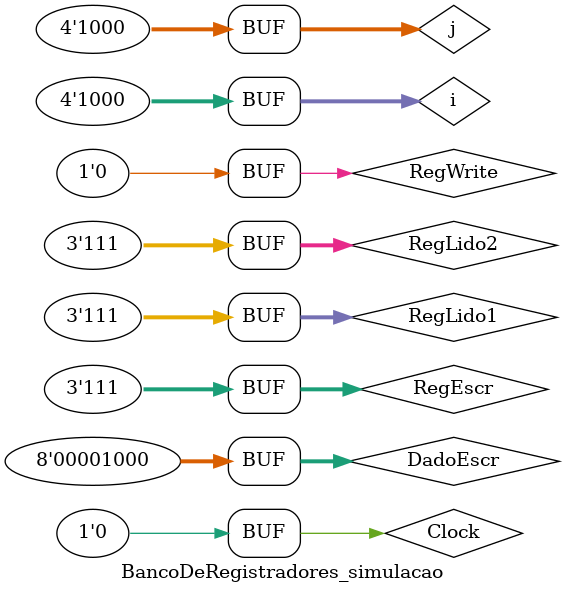
<source format=v>
module BancoDeRegistradores (RegLido1, RegLido2, RegEscr, DadoEscr, Dado1, Dado2, RegWrite, Clock);

  input [2:0] RegLido1, RegLido2, RegEscr;
  input [7:0] DadoEscr;
  input RegWrite, Clock;
  output reg [7:0] Dado1, Dado2;
  
  reg [7:0] BR [7:0];
  
  always @(posedge Clock) begin
    if(RegWrite) 
      BR[RegEscr] <= DadoEscr;
  end
  
  always @(negedge Clock) begin
    Dado1 <= BR[RegLido1];
    Dado2 <= BR[RegLido2];
  end

endmodule


module BancoDeRegistradores_simulacao;

  reg [2:0] RegLido1, RegLido2, RegEscr;
  reg [3:0] i, j;
  reg [7:0] DadoEscr;
  reg RegWrite, Clock;
  wire [7:0] Dado1, Dado2;

  initial begin
    Clock <= 0;
  end

  initial begin
    $monitor("Time=%0d RegLido1=%b RegLido2=%b RegEscr=%b DadoEscr=%b Dado1=%b Dado2=%b RegWrite=%b Clock=%b",
    $time, RegLido1, RegLido2, RegEscr, DadoEscr, Dado1, Dado2, RegWrite, Clock);
  end

  always begin
    #1 Clock <= 1;
    #1 Clock <= 0;
  end

  always begin

    for(i = 0; i < 8; i = i + 1) begin
      #2 RegEscr <= i;
         DadoEscr <= i+1;
         RegWrite <= 1;
    end

    for(j = 0; j < 8; j = j + 1) begin
      #2 RegLido1 <= j;
         RegLido2 <= j;
         RegWrite <= 0;
    end

  end

  BancoDeRegistradores BancoDeRegistradores1(RegLido1, RegLido2, RegEscr, DadoEscr, Dado1, Dado2, RegWrite, Clock);

endmodule
</source>
